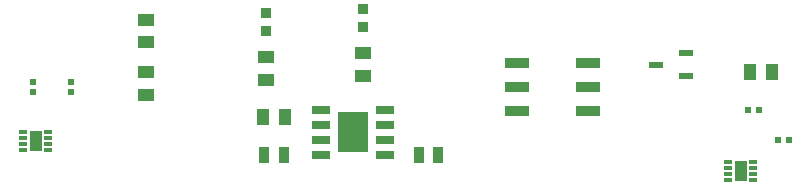
<source format=gbr>
%TF.GenerationSoftware,KiCad,Pcbnew,8.0.1*%
%TF.CreationDate,2024-03-24T23:42:45+02:00*%
%TF.ProjectId,ProjectFiles,50726f6a-6563-4744-9669-6c65732e6b69,rev?*%
%TF.SameCoordinates,Original*%
%TF.FileFunction,Paste,Top*%
%TF.FilePolarity,Positive*%
%FSLAX46Y46*%
G04 Gerber Fmt 4.6, Leading zero omitted, Abs format (unit mm)*
G04 Created by KiCad (PCBNEW 8.0.1) date 2024-03-24 23:42:45*
%MOMM*%
%LPD*%
G01*
G04 APERTURE LIST*
%ADD10R,0.970000X1.470000*%
%ADD11R,0.600000X0.620000*%
%ADD12R,1.525000X0.700000*%
%ADD13R,2.513000X3.402000*%
%ADD14R,0.700000X0.300000*%
%ADD15R,1.000000X1.700000*%
%ADD16R,0.950000X0.900000*%
%ADD17R,1.200000X0.600000*%
%ADD18R,1.450000X1.000000*%
%ADD19R,1.000000X1.450000*%
%ADD20R,0.620000X0.600000*%
%ADD21R,2.000000X0.900000*%
G04 APERTURE END LIST*
D10*
%TO.C,C2*%
X152645000Y-104775000D03*
X154305000Y-104775000D03*
%TD*%
D11*
%TO.C,C3*%
X180515000Y-100965000D03*
X181435000Y-100965000D03*
%TD*%
D12*
%TO.C,J2*%
X144413000Y-100965000D03*
X144413000Y-102235000D03*
X144413000Y-103505000D03*
X144413000Y-104775000D03*
X149837000Y-104775000D03*
X149837000Y-103505000D03*
X149837000Y-102235000D03*
X149837000Y-100965000D03*
D13*
X147125000Y-102870000D03*
%TD*%
D14*
%TO.C,IC1*%
X119185000Y-102870000D03*
X119185000Y-103370000D03*
X119185000Y-103870000D03*
X119185000Y-104370000D03*
X121285000Y-104370000D03*
X121285000Y-103870000D03*
X121285000Y-103370000D03*
X121285000Y-102870000D03*
D15*
X120235000Y-103620000D03*
%TD*%
D16*
%TO.C,LED1*%
X139700000Y-94295000D03*
X139700000Y-92795000D03*
%TD*%
D14*
%TO.C,IC2*%
X178875000Y-105410000D03*
X178875000Y-105910000D03*
X178875000Y-106410000D03*
X178875000Y-106910000D03*
X180975000Y-106910000D03*
X180975000Y-106410000D03*
X180975000Y-105910000D03*
X180975000Y-105410000D03*
D15*
X179925000Y-106160000D03*
%TD*%
D16*
%TO.C,LED2*%
X147955000Y-93980000D03*
X147955000Y-92480000D03*
%TD*%
D17*
%TO.C,Q1*%
X175260000Y-98105000D03*
X175260000Y-96205000D03*
X172760000Y-97155000D03*
%TD*%
D18*
%TO.C,R1k3*%
X147955000Y-96205000D03*
X147955000Y-98105000D03*
%TD*%
D19*
%TO.C,R1k4*%
X180660000Y-97790000D03*
X182560000Y-97790000D03*
%TD*%
D20*
%TO.C,C5*%
X120015000Y-99520000D03*
X120015000Y-98600000D03*
%TD*%
D19*
%TO.C,R1k1*%
X139435000Y-101600000D03*
X141335000Y-101600000D03*
%TD*%
D18*
%TO.C,R1*%
X129540000Y-99695000D03*
X129540000Y-97795000D03*
%TD*%
D21*
%TO.C,S1*%
X167005000Y-97060000D03*
X167005000Y-99060000D03*
X167005000Y-101060000D03*
X161005000Y-97060000D03*
X161005000Y-99060000D03*
X161005000Y-101060000D03*
%TD*%
D18*
%TO.C,R1k2*%
X139700000Y-96520000D03*
X139700000Y-98420000D03*
%TD*%
D20*
%TO.C,C6*%
X123190000Y-99520000D03*
X123190000Y-98600000D03*
%TD*%
D11*
%TO.C,C4*%
X183055000Y-103505000D03*
X183975000Y-103505000D03*
%TD*%
D10*
%TO.C,C1*%
X141215000Y-104775000D03*
X139555000Y-104775000D03*
%TD*%
D18*
%TO.C,R2*%
X129540000Y-95250000D03*
X129540000Y-93350000D03*
%TD*%
M02*

</source>
